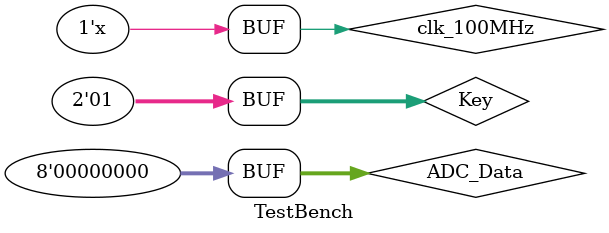
<source format=v>
`timescale 1ns / 1ps


module TestBench();
    reg clk_100MHz = 0;
    reg [1:0]Key = 1;
    reg [7:0]ADC_Data = 0;
    
    wire clk_DAC;
    wire DAC_Din;
    wire DAC_Sync;
    wire clk_ADC;
    wire ADC_En;
    wire [7:0]ADC_Data_Out;
    
    oscilloscope test(
        .clk_100MHz(clk_100MHz),
        .Key(Key),
        .ADC_Data(ADC_Data),
        .clk_DAC(clk_DAC),
        .DAC_Din(DAC_Din),
        .DAC_Sync(DAC_Sync),
        .clk_ADC(clk_ADC),
        .ADC_En(ADC_En),
        .ADC_Data_Out(ADC_Data_Out)
    );
    
    always #5 clk_100MHz = ~clk_100MHz; 
       
endmodule
</source>
